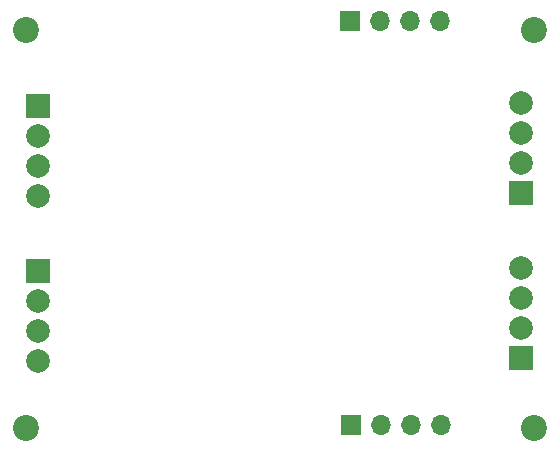
<source format=gbs>
%TF.GenerationSoftware,KiCad,Pcbnew,8.0.3-8.0.3-0~ubuntu22.04.1*%
%TF.CreationDate,2024-06-18T13:07:19+03:00*%
%TF.ProjectId,DoserDriver,446f7365-7244-4726-9976-65722e6b6963,rev?*%
%TF.SameCoordinates,Original*%
%TF.FileFunction,Soldermask,Bot*%
%TF.FilePolarity,Negative*%
%FSLAX46Y46*%
G04 Gerber Fmt 4.6, Leading zero omitted, Abs format (unit mm)*
G04 Created by KiCad (PCBNEW 8.0.3-8.0.3-0~ubuntu22.04.1) date 2024-06-18 13:07:19*
%MOMM*%
%LPD*%
G01*
G04 APERTURE LIST*
%ADD10R,2.000000X2.000000*%
%ADD11C,2.000000*%
%ADD12C,2.200000*%
%ADD13R,1.700000X1.700000*%
%ADD14O,1.700000X1.700000*%
G04 APERTURE END LIST*
D10*
X93850000Y-47810000D03*
D11*
X93850000Y-45270000D03*
X93850000Y-42730000D03*
X93850000Y-40190000D03*
D10*
X93850000Y-61790000D03*
D11*
X93850000Y-59250000D03*
X93850000Y-56710000D03*
X93850000Y-54170000D03*
D12*
X95000000Y-67750000D03*
X95000000Y-34000000D03*
D10*
X53000000Y-54460000D03*
D11*
X53000000Y-57000000D03*
X53000000Y-59540000D03*
X53000000Y-62080000D03*
D12*
X52000000Y-67750000D03*
D13*
X79450000Y-67500000D03*
D14*
X81990000Y-67500000D03*
X84530000Y-67500000D03*
X87070000Y-67500000D03*
D10*
X53000000Y-40440000D03*
D11*
X53000000Y-42980000D03*
X53000000Y-45520000D03*
X53000000Y-48060000D03*
D12*
X52000000Y-34000000D03*
D13*
X79420000Y-33250000D03*
D14*
X81960000Y-33250000D03*
X84500000Y-33250000D03*
X87040000Y-33250000D03*
M02*

</source>
